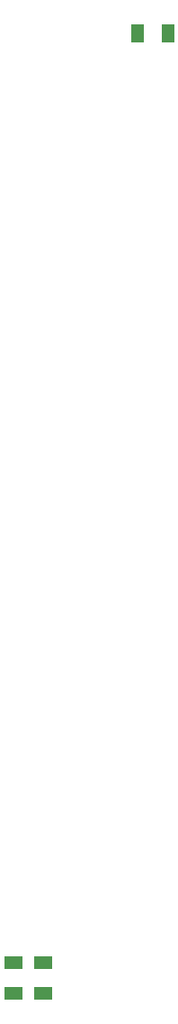
<source format=gtp>
G04*
G04 #@! TF.GenerationSoftware,Altium Limited,Altium Designer,22.4.2 (48)*
G04*
G04 Layer_Color=8421504*
%FSLAX25Y25*%
%MOIN*%
G70*
G04*
G04 #@! TF.SameCoordinates,458C2FD2-8C51-46BC-9C2C-7D212ABF5546*
G04*
G04*
G04 #@! TF.FilePolarity,Positive*
G04*
G01*
G75*
%ADD15R,0.07087X0.04528*%
%ADD16R,0.04528X0.07087*%
D15*
X97000Y-178791D02*
D03*
Y-190209D02*
D03*
X108000Y-178791D02*
D03*
Y-190209D02*
D03*
D16*
X142791Y164500D02*
D03*
X154209D02*
D03*
M02*

</source>
